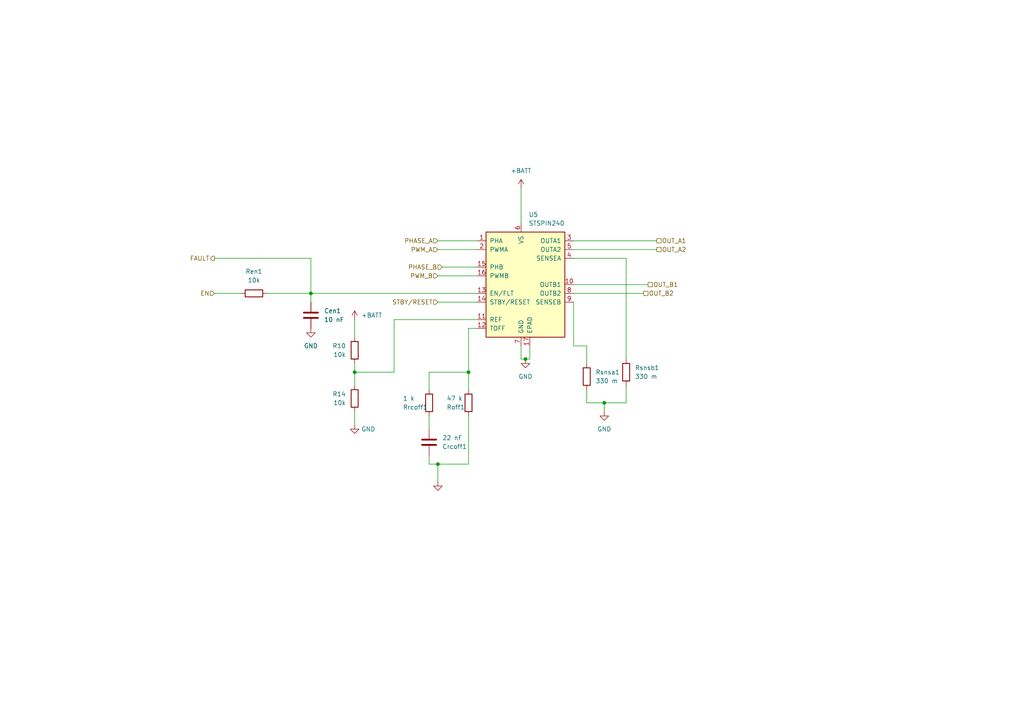
<source format=kicad_sch>
(kicad_sch (version 20230121) (generator eeschema)
  (paper "A4")
  (lib_symbols
    (symbol "Device:C" (pin_numbers hide) (pin_names (offset 0.254))
      (property "Reference" "C" (at 0.635 2.54 0))
      (property "Value" "C" (at 0.635 -2.54 0))
      (symbol "C_0_1"
        (polyline (pts (xy -2.032 -0.762) (xy 2.032 -0.762)) (stroke (width 0.508)))
        (polyline (pts (xy -2.032 0.762) (xy 2.032 0.762)) (stroke (width 0.508)))
      )
      (symbol "C_1_1"
        (pin passive line (at 0 3.81 270) (length 2.794) (name "~") (number "1"))
        (pin passive line (at 0 -3.81 90) (length 2.794) (name "~") (number "2"))
      )
    )
    (symbol "Device:R" (pin_numbers hide) (pin_names (offset 0))
      (property "Reference" "R" (at 2.032 0 90))
      (property "Value" "R" (at 0 0 90))
      (symbol "R_0_1"
        (rectangle (start -1.016 -2.54) (end 1.016 2.54) (stroke (width 0.254)))
      )
      (symbol "R_1_1"
        (pin passive line (at 0 3.81 270) (length 1.27) (name "~") (number "1"))
        (pin passive line (at 0 -3.81 90) (length 1.27) (name "~") (number "2"))
      )
    )
    (symbol "Driver_Motor:STSPIN240" (pin_names (offset 1.016))
      (property "Reference" "U" (at -10.16 16.51 0))
      (property "Value" "STSPIN240" (at 5.08 16.51 0))
      (symbol "STSPIN240_0_1"
        (rectangle (start -10.16 15.24) (end 12.7 -15.24) (stroke (width 0.254)) (fill (type background)))
      )
      (symbol "STSPIN240_1_1"
        (pin input line (at -12.7 12.7 0) (length 2.54) (name "PHA") (number "1"))
        (pin power_out line (at 15.24 0 180) (length 2.54) (name "OUTB1") (number "10"))
        (pin input line (at -12.7 -10.16 0) (length 2.54) (name "REF") (number "11"))
        (pin input line (at -12.7 -12.7 0) (length 2.54) (name "TOFF") (number "12"))
        (pin bidirectional line (at -12.7 -2.54 0) (length 2.54) (name "EN/FLT") (number "13"))
        (pin input line (at -12.7 -5.08 0) (length 2.54) (name "STBY/RESET") (number "14"))
        (pin input line (at -12.7 5.08 0) (length 2.54) (name "PHB") (number "15"))
        (pin input line (at -12.7 2.54 0) (length 2.54) (name "PWMB") (number "16"))
        (pin power_in line (at 2.54 -17.78 90) (length 2.54) (name "EPAD") (number "17"))
        (pin input line (at -12.7 10.16 0) (length 2.54) (name "PWMA") (number "2"))
        (pin power_out line (at 15.24 12.7 180) (length 2.54) (name "OUTA1") (number "3"))
        (pin power_out line (at 15.24 7.62 180) (length 2.54) (name "SENSEA") (number "4"))
        (pin power_out line (at 15.24 10.16 180) (length 2.54) (name "OUTA2") (number "5"))
        (pin power_in line (at 0 17.78 270) (length 2.54) (name "VS") (number "6"))
        (pin power_in line (at 0 -17.78 90) (length 2.54) (name "GND") (number "7"))
        (pin power_out line (at 15.24 -2.54 180) (length 2.54) (name "OUTB2") (number "8"))
        (pin power_out line (at 15.24 -5.08 180) (length 2.54) (name "SENSEB") (number "9"))
      )
    )
    (symbol "power:+BATT" (power) (pin_names (offset 0))
      (property "Value" "+BATT" (at 0 3.556 0))
      (symbol "+BATT_0_1"
        (polyline (pts (xy -0.762 1.27) (xy 0 2.54)))
        (polyline (pts (xy 0 0) (xy 0 2.54)))
        (polyline (pts (xy 0 2.54) (xy 0.762 1.27)))
      )
      (symbol "+BATT_1_1"
        (pin power_in line (at 0 0 90) (length 0) hide (name "+BATT") (number "1"))
      )
    )
    (symbol "power:GND" (power) (pin_names (offset 0))
      (property "Value" "GND" (at 0 -3.81 0))
      (symbol "GND_0_1"
        (polyline (pts (xy 0 0) (xy 0 -1.27) (xy 1.27 -1.27) (xy 0 -2.54) (xy -1.27 -1.27) (xy 0 -1.27)))
      )
      (symbol "GND_1_1"
        (pin power_in line (at 0 0 270) (length 0) hide (name "GND") (number "1"))
      )
    )
  )
  (junction (at 135.89 107.95))
  (junction (at 152.4 104.14))
  (junction (at 127 134.62))
  (junction (at 102.87 107.95))
  (junction (at 90.17 85.09))
  (junction (at 175.26 116.84))
  (wire (pts (xy 166.37 82.55) (xy 187.96 82.55)))
  (wire (pts (xy 127 139.7) (xy 127 134.62)))
  (wire (pts (xy 62.23 74.93) (xy 90.17 74.93)))
  (wire (pts (xy 127 80.01) (xy 138.43 80.01)))
  (wire (pts (xy 181.61 74.93) (xy 166.37 74.93)))
  (wire (pts (xy 170.18 116.84) (xy 170.18 113.03)))
  (wire (pts (xy 124.46 107.95) (xy 135.89 107.95)))
  (wire (pts (xy 181.61 116.84) (xy 175.26 116.84)))
  (wire (pts (xy 151.13 54.61) (xy 151.13 64.77)))
  (wire (pts (xy 77.47 85.09) (xy 90.17 85.09)))
  (wire (pts (xy 127 69.85) (xy 138.43 69.85)))
  (wire (pts (xy 175.26 116.84) (xy 170.18 116.84)))
  (wire (pts (xy 114.3 92.71) (xy 138.43 92.71)))
  (wire (pts (xy 127 72.39) (xy 138.43 72.39)))
  (wire (pts (xy 90.17 74.93) (xy 90.17 85.09)))
  (wire (pts (xy 135.89 120.65) (xy 135.89 134.62)))
  (wire (pts (xy 124.46 134.62) (xy 127 134.62)))
  (wire (pts (xy 181.61 74.93) (xy 181.61 104.14)))
  (wire (pts (xy 181.61 111.76) (xy 181.61 116.84)))
  (wire (pts (xy 166.37 69.85) (xy 190.5 69.85)))
  (wire (pts (xy 62.23 85.09) (xy 69.85 85.09)))
  (wire (pts (xy 151.13 104.14) (xy 152.4 104.14)))
  (wire (pts (xy 114.3 107.95) (xy 102.87 107.95)))
  (wire (pts (xy 151.13 100.33) (xy 151.13 104.14)))
  (wire (pts (xy 102.87 107.95) (xy 102.87 111.76)))
  (wire (pts (xy 135.89 95.25) (xy 138.43 95.25)))
  (wire (pts (xy 166.37 72.39) (xy 190.5 72.39)))
  (wire (pts (xy 102.87 92.71) (xy 102.87 97.79)))
  (wire (pts (xy 135.89 113.03) (xy 135.89 107.95)))
  (wire (pts (xy 153.67 100.33) (xy 153.67 104.14)))
  (wire (pts (xy 124.46 124.46) (xy 124.46 120.65)))
  (wire (pts (xy 170.18 100.33) (xy 166.37 100.33)))
  (wire (pts (xy 102.87 123.19) (xy 102.87 119.38)))
  (wire (pts (xy 90.17 85.09) (xy 138.43 85.09)))
  (wire (pts (xy 124.46 134.62) (xy 124.46 132.08)))
  (wire (pts (xy 166.37 87.63) (xy 166.37 100.33)))
  (wire (pts (xy 127 134.62) (xy 135.89 134.62)))
  (wire (pts (xy 127 87.63) (xy 138.43 87.63)))
  (wire (pts (xy 170.18 100.33) (xy 170.18 105.41)))
  (wire (pts (xy 135.89 95.25) (xy 135.89 107.95)))
  (wire (pts (xy 128.27 77.47) (xy 138.43 77.47)))
  (wire (pts (xy 175.26 116.84) (xy 175.26 119.38)))
  (wire (pts (xy 90.17 87.63) (xy 90.17 85.09)))
  (wire (pts (xy 124.46 113.03) (xy 124.46 107.95)))
  (wire (pts (xy 114.3 92.71) (xy 114.3 107.95)))
  (wire (pts (xy 166.37 85.09) (xy 186.69 85.09)))
  (wire (pts (xy 152.4 104.14) (xy 153.67 104.14)))
  (wire (pts (xy 102.87 105.41) (xy 102.87 107.95)))
  (hierarchical_label "PHASE_A" (shape input) (at 127 69.85 180))
  (hierarchical_label "OUT_A2" (shape passive) (at 190.5 72.39 0))
  (hierarchical_label "PWM_A" (shape input) (at 127 72.39 180))
  (hierarchical_label "EN" (shape input) (at 62.23 85.09 180))
  (hierarchical_label "FAULT" (shape output) (at 62.23 74.93 180))
  (hierarchical_label "PHASE_B" (shape input) (at 128.27 77.47 180))
  (hierarchical_label "PWM_B" (shape input) (at 127 80.01 180))
  (hierarchical_label "OUT_B2" (shape passive) (at 186.69 85.09 0))
  (hierarchical_label "OUT_A1" (shape passive) (at 190.5 69.85 0))
  (hierarchical_label "OUT_B1" (shape passive) (at 187.96 82.55 0))
  (hierarchical_label "STBY{slash}RESET" (shape input) (at 127 87.63 180))
  (symbol (lib_id "Device:R") (at 73.66 85.09 90) (unit 1)
    (property "Reference" "Ren1" (at 73.66 78.74 90))
    (property "Value" "10k" (at 73.66 81.28 90))
    (property "Footprint" "Resistor_SMD:R_0603_1608Metric" (effects hide))
  )
  (symbol (lib_id "Device:C") (at 90.17 91.44 0) (unit 1)
    (property "Reference" "Cen1" (at 93.98 90.17 0) (effects (justify left)))
    (property "Value" "10 nF" (at 93.98 92.71 0) (effects (justify left)))
    (property "Footprint" "Capacitor_SMD:C_0603_1608Metric" (effects hide))
  )
  (symbol (lib_id "Device:R") (at 102.87 115.57 0) (mirror y) (unit 1)
    (property "Reference" "R14" (at 100.33 114.3 0) (effects (justify left)))
    (property "Value" "10k" (at 100.33 116.84 0) (effects (justify left)))
    (property "Footprint" "Resistor_SMD:R_0603_1608Metric" (effects hide))
  )
  (symbol (lib_id "Device:R") (at 170.18 109.22 0) (unit 1)
    (property "Reference" "Rsnsa1" (at 172.72 107.95 0) (effects (justify left)))
    (property "Value" "330 m" (at 172.72 110.49 0) (effects (justify left)))
    (property "Footprint" "Resistor_SMD:R_0603_1608Metric" (effects hide))
  )
  (symbol (lib_id "power:GND") (at 102.87 123.19 0) (mirror y) (unit 1)
    (property "Reference" "#PWR011" (effects hide))
    (property "Value" "GND" (at 104.775 124.46 0) (effects (justify right)))
  )
  (symbol (lib_id "Device:R") (at 102.87 101.6 0) (mirror y) (unit 1)
    (property "Reference" "R10" (at 100.33 100.33 0) (effects (justify left)))
    (property "Value" "10k" (at 100.33 102.87 0) (effects (justify left)))
    (property "Footprint" "Resistor_SMD:R_0603_1608Metric" (effects hide))
  )
  (symbol (lib_id "Driver_Motor:STSPIN240") (at 151.13 82.55 0) (unit 1)
    (property "Reference" "U5" (at 153.3241 62.23 0) (effects (justify left)))
    (property "Value" "STSPIN240" (at 153.3241 64.77 0) (effects (justify left)))
    (property "Footprint" "Package_DFN_QFN:VQFN-16-1EP_3x3mm_P0.5mm_EP1.8x1.8mm" (effects hide))
    (property "Datasheet" "www.st.com/resource/en/datasheet/stspin240.pdf" (effects hide))
  )
  (symbol (lib_id "power:GND") (at 127 139.7 0) (unit 1)
    (property "Reference" "#PWR012" (effects hide))
    (property "Value" "GND" (effects hide))
  )
  (symbol (lib_id "power:GND") (at 175.26 119.38 0) (unit 1)
    (property "Reference" "#PWR015" (effects hide))
    (property "Value" "GND" (at 175.26 124.46 0))
  )
  (symbol (lib_id "power:GND") (at 152.4 104.14 0) (unit 1)
    (property "Reference" "#PWR013" (effects hide))
    (property "Value" "GND" (at 152.4 109.22 0))
  )
  (symbol (lib_id "Device:C") (at 124.46 128.27 0) (mirror x) (unit 1)
    (property "Reference" "Crcoff1" (at 128.27 129.54 0) (effects (justify left)))
    (property "Value" "22 nF" (at 128.27 127 0) (effects (justify left)))
    (property "Footprint" "Capacitor_SMD:C_0603_1608Metric" (effects hide))
  )
  (symbol (lib_id "power:+BATT") (at 151.13 54.61 0) (unit 1)
    (property "Reference" "#PWR017" (effects hide))
    (property "Value" "+BATT" (at 151.13 49.53 0))
  )
  (symbol (lib_id "power:+BATT") (at 102.87 92.71 0) (mirror y) (unit 1)
    (property "Reference" "#PWR026" (effects hide))
    (property "Value" "+BATT" (at 104.775 91.44 0) (effects (justify right)))
  )
  (symbol (lib_id "Device:R") (at 124.46 116.84 0) (mirror x) (unit 1)
    (property "Reference" "Rrcoff1" (at 116.84 118.11 0) (effects (justify left)))
    (property "Value" "1 k" (at 116.84 115.57 0) (effects (justify left)))
    (property "Footprint" "Resistor_SMD:R_0603_1608Metric" (effects hide))
  )
  (symbol (lib_id "Device:R") (at 181.61 107.95 0) (unit 1)
    (property "Reference" "Rsnsb1" (at 184.15 106.68 0) (effects (justify left)))
    (property "Value" "330 m" (at 184.15 109.22 0) (effects (justify left)))
    (property "Footprint" "Resistor_SMD:R_0603_1608Metric" (effects hide))
  )
  (symbol (lib_id "Device:R") (at 135.89 116.84 0) (mirror x) (unit 1)
    (property "Reference" "Roff1" (at 129.54 118.11 0) (effects (justify left)))
    (property "Value" "47 k" (at 129.54 115.57 0) (effects (justify left)))
    (property "Footprint" "Resistor_SMD:R_0603_1608Metric" (effects hide))
  )
  (symbol (lib_id "power:GND") (at 90.17 95.25 0) (unit 1)
    (property "Reference" "#PWR010" (effects hide))
    (property "Value" "GND" (at 90.17 100.33 0))
  )
)
</source>
